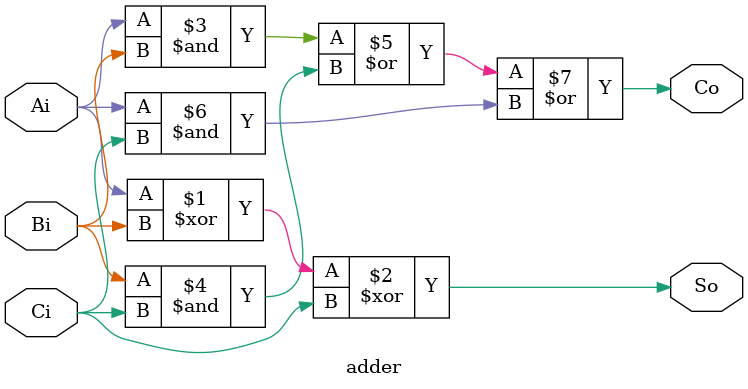
<source format=v>
module adder(Ai,Bi,Ci,So,Co);
    input Ai,Bi,Ci; //!input;
    output So,Co;   //!output;
    assign So = Ai ^ Bi ^ Ci;
    assign Co = (Ai & Bi) | (Bi & Ci) | (Ai & Ci);
endmodule
</source>
